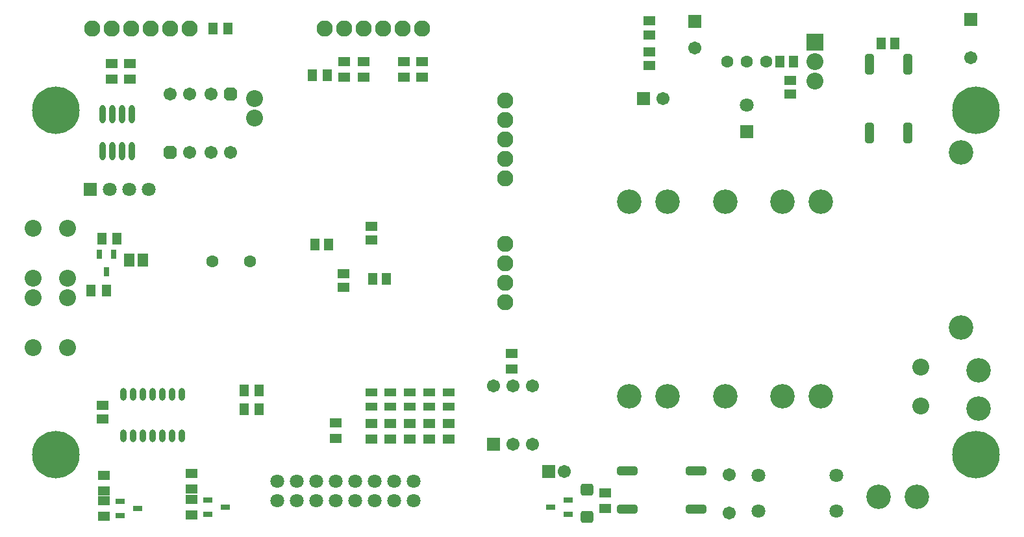
<source format=gts>
%FSLAX24Y24*%
%MOIN*%
G70*
G01*
G75*
G04 Layer_Color=8388736*
%ADD10R,0.0453X0.0571*%
%ADD11R,0.0551X0.0413*%
%ADD12R,0.0413X0.0551*%
%ADD13R,0.0551X0.0374*%
%ADD14O,0.0236X0.0571*%
%ADD15R,0.0374X0.0551*%
%ADD16R,0.0551X0.0354*%
%ADD17R,0.0394X0.0236*%
G04:AMPARAMS|DCode=18|XSize=55mil|YSize=60mil|CornerRadius=13.8mil|HoleSize=0mil|Usage=FLASHONLY|Rotation=90.000|XOffset=0mil|YOffset=0mil|HoleType=Round|Shape=RoundedRectangle|*
%AMROUNDEDRECTD18*
21,1,0.0550,0.0325,0,0,90.0*
21,1,0.0275,0.0600,0,0,90.0*
1,1,0.0275,0.0163,0.0138*
1,1,0.0275,0.0163,-0.0138*
1,1,0.0275,-0.0163,-0.0138*
1,1,0.0275,-0.0163,0.0138*
%
%ADD18ROUNDEDRECTD18*%
G04:AMPARAMS|DCode=19|XSize=39.4mil|YSize=98.4mil|CornerRadius=9.8mil|HoleSize=0mil|Usage=FLASHONLY|Rotation=270.000|XOffset=0mil|YOffset=0mil|HoleType=Round|Shape=RoundedRectangle|*
%AMROUNDEDRECTD19*
21,1,0.0394,0.0787,0,0,270.0*
21,1,0.0197,0.0984,0,0,270.0*
1,1,0.0197,-0.0394,-0.0098*
1,1,0.0197,-0.0394,0.0098*
1,1,0.0197,0.0394,0.0098*
1,1,0.0197,0.0394,-0.0098*
%
%ADD19ROUNDEDRECTD19*%
G04:AMPARAMS|DCode=20|XSize=39.4mil|YSize=98.4mil|CornerRadius=9.8mil|HoleSize=0mil|Usage=FLASHONLY|Rotation=180.000|XOffset=0mil|YOffset=0mil|HoleType=Round|Shape=RoundedRectangle|*
%AMROUNDEDRECTD20*
21,1,0.0394,0.0787,0,0,180.0*
21,1,0.0197,0.0984,0,0,180.0*
1,1,0.0197,-0.0098,0.0394*
1,1,0.0197,0.0098,0.0394*
1,1,0.0197,0.0098,-0.0394*
1,1,0.0197,-0.0098,-0.0394*
%
%ADD20ROUNDEDRECTD20*%
%ADD21R,0.0551X0.0413*%
%ADD22O,0.0236X0.0866*%
%ADD23R,0.0236X0.0394*%
%ADD24C,0.0197*%
%ADD25C,0.0118*%
%ADD26C,0.0315*%
%ADD27C,0.0394*%
%ADD28C,0.0100*%
%ADD29C,0.0295*%
%ADD30C,0.0630*%
%ADD31C,0.0748*%
%ADD32C,0.0551*%
%ADD33C,0.0591*%
G04:AMPARAMS|DCode=34|XSize=59.1mil|YSize=59.1mil|CornerRadius=0mil|HoleSize=0mil|Usage=FLASHONLY|Rotation=90.000|XOffset=0mil|YOffset=0mil|HoleType=Round|Shape=Octagon|*
%AMOCTAGOND34*
4,1,8,0.0148,0.0295,-0.0148,0.0295,-0.0295,0.0148,-0.0295,-0.0148,-0.0148,-0.0295,0.0148,-0.0295,0.0295,-0.0148,0.0295,0.0148,0.0148,0.0295,0.0*
%
%ADD34OCTAGOND34*%

%ADD35C,0.1181*%
%ADD36R,0.0787X0.0787*%
%ADD37C,0.0787*%
%ADD38C,0.2362*%
%ADD39R,0.0591X0.0591*%
%ADD40R,0.0591X0.0591*%
%ADD41R,0.0630X0.0630*%
%ADD42R,0.0591X0.0591*%
%ADD43C,0.0591*%
%ADD44R,0.0630X0.0630*%
%ADD45C,0.0500*%
%ADD46O,0.0709X0.0118*%
%ADD47O,0.0118X0.0709*%
%ADD48R,0.0354X0.0197*%
%ADD49R,0.0197X0.0354*%
%ADD50R,0.0689X0.0394*%
%ADD51R,0.0571X0.0453*%
%ADD52C,0.0236*%
%ADD53C,0.0098*%
%ADD54C,0.0079*%
%ADD55C,0.0039*%
%ADD56C,0.0200*%
%ADD57C,0.0050*%
%ADD58C,0.0059*%
%ADD59R,0.9850X0.0500*%
%ADD60R,0.6100X0.0484*%
%ADD61R,0.0600X0.0200*%
%ADD62R,0.0533X0.0651*%
%ADD63R,0.0631X0.0493*%
%ADD64R,0.0493X0.0631*%
%ADD65R,0.0631X0.0454*%
%ADD66O,0.0316X0.0651*%
%ADD67R,0.0454X0.0631*%
%ADD68R,0.0631X0.0434*%
%ADD69R,0.0474X0.0316*%
G04:AMPARAMS|DCode=70|XSize=63mil|YSize=68mil|CornerRadius=17.8mil|HoleSize=0mil|Usage=FLASHONLY|Rotation=90.000|XOffset=0mil|YOffset=0mil|HoleType=Round|Shape=RoundedRectangle|*
%AMROUNDEDRECTD70*
21,1,0.0630,0.0325,0,0,90.0*
21,1,0.0275,0.0680,0,0,90.0*
1,1,0.0355,0.0163,0.0138*
1,1,0.0355,0.0163,-0.0138*
1,1,0.0355,-0.0163,-0.0138*
1,1,0.0355,-0.0163,0.0138*
%
%ADD70ROUNDEDRECTD70*%
G04:AMPARAMS|DCode=71|XSize=47.4mil|YSize=106.4mil|CornerRadius=13.8mil|HoleSize=0mil|Usage=FLASHONLY|Rotation=270.000|XOffset=0mil|YOffset=0mil|HoleType=Round|Shape=RoundedRectangle|*
%AMROUNDEDRECTD71*
21,1,0.0474,0.0787,0,0,270.0*
21,1,0.0197,0.1064,0,0,270.0*
1,1,0.0277,-0.0394,-0.0098*
1,1,0.0277,-0.0394,0.0098*
1,1,0.0277,0.0394,0.0098*
1,1,0.0277,0.0394,-0.0098*
%
%ADD71ROUNDEDRECTD71*%
G04:AMPARAMS|DCode=72|XSize=47.4mil|YSize=106.4mil|CornerRadius=13.8mil|HoleSize=0mil|Usage=FLASHONLY|Rotation=180.000|XOffset=0mil|YOffset=0mil|HoleType=Round|Shape=RoundedRectangle|*
%AMROUNDEDRECTD72*
21,1,0.0474,0.0787,0,0,180.0*
21,1,0.0197,0.1064,0,0,180.0*
1,1,0.0277,-0.0098,0.0394*
1,1,0.0277,0.0098,0.0394*
1,1,0.0277,0.0098,-0.0394*
1,1,0.0277,-0.0098,-0.0394*
%
%ADD72ROUNDEDRECTD72*%
%ADD73R,0.0631X0.0493*%
%ADD74O,0.0316X0.0946*%
%ADD75R,0.0316X0.0474*%
%ADD76C,0.0710*%
%ADD77C,0.0828*%
%ADD78C,0.0631*%
%ADD79C,0.0671*%
G04:AMPARAMS|DCode=80|XSize=67.1mil|YSize=67.1mil|CornerRadius=0mil|HoleSize=0mil|Usage=FLASHONLY|Rotation=90.000|XOffset=0mil|YOffset=0mil|HoleType=Round|Shape=Octagon|*
%AMOCTAGOND80*
4,1,8,0.0168,0.0335,-0.0168,0.0335,-0.0335,0.0168,-0.0335,-0.0168,-0.0168,-0.0335,0.0168,-0.0335,0.0335,-0.0168,0.0335,0.0168,0.0168,0.0335,0.0*
%
%ADD80OCTAGOND80*%

%ADD81C,0.1261*%
%ADD82R,0.0867X0.0867*%
%ADD83C,0.0867*%
%ADD84C,0.2442*%
%ADD85R,0.0671X0.0671*%
%ADD86R,0.0671X0.0671*%
%ADD87R,0.0710X0.0710*%
%ADD88R,0.0671X0.0671*%
%ADD89C,0.0671*%
%ADD90R,0.0710X0.0710*%
D62*
X20696Y25750D02*
D03*
X21404D02*
D03*
D63*
X33150Y27504D02*
D03*
Y26796D02*
D03*
X31700Y24346D02*
D03*
Y25054D02*
D03*
X19350Y17596D02*
D03*
Y18304D02*
D03*
X54650Y35004D02*
D03*
Y34296D02*
D03*
X47400Y35746D02*
D03*
Y36454D02*
D03*
D64*
X33904Y24800D02*
D03*
X33196D02*
D03*
X30246Y26550D02*
D03*
X30954D02*
D03*
X59296Y36900D02*
D03*
X60004D02*
D03*
X54804Y35950D02*
D03*
X54096D02*
D03*
D65*
X35100Y17344D02*
D03*
Y16556D02*
D03*
X36100Y17344D02*
D03*
Y16556D02*
D03*
X37100Y17344D02*
D03*
Y16556D02*
D03*
X31300Y17394D02*
D03*
Y16606D02*
D03*
X45150Y13794D02*
D03*
Y13006D02*
D03*
X19800Y35056D02*
D03*
Y35844D02*
D03*
X20750Y35056D02*
D03*
Y35844D02*
D03*
X34800Y35156D02*
D03*
Y35944D02*
D03*
X35750Y35156D02*
D03*
Y35944D02*
D03*
X31750Y35156D02*
D03*
Y35944D02*
D03*
X33150Y17344D02*
D03*
Y16556D02*
D03*
X34100Y17344D02*
D03*
Y16556D02*
D03*
X23900Y13444D02*
D03*
Y12656D02*
D03*
Y14794D02*
D03*
Y14006D02*
D03*
X19400Y13394D02*
D03*
Y12606D02*
D03*
Y14694D02*
D03*
Y13906D02*
D03*
X32750Y35156D02*
D03*
Y35944D02*
D03*
X40350Y20944D02*
D03*
Y20156D02*
D03*
D66*
X23400Y18873D02*
D03*
X22900D02*
D03*
X22400D02*
D03*
X21900D02*
D03*
X21400D02*
D03*
X20900D02*
D03*
X20400D02*
D03*
X23400Y16727D02*
D03*
X22900D02*
D03*
X22400D02*
D03*
X21900D02*
D03*
X21400D02*
D03*
X20900D02*
D03*
X20400D02*
D03*
D67*
X27394Y19050D02*
D03*
X26606D02*
D03*
X27394Y18100D02*
D03*
X26606D02*
D03*
X25794Y37650D02*
D03*
X25006D02*
D03*
X19306Y26850D02*
D03*
X20094D02*
D03*
X19544Y24200D02*
D03*
X18756D02*
D03*
X30106Y35250D02*
D03*
X30894D02*
D03*
D68*
X37100Y18974D02*
D03*
Y18226D02*
D03*
X36100Y18974D02*
D03*
Y18226D02*
D03*
X35100Y18974D02*
D03*
Y18226D02*
D03*
X33150Y18974D02*
D03*
Y18226D02*
D03*
X34100Y18974D02*
D03*
Y18226D02*
D03*
D69*
X42347Y13050D02*
D03*
X43253Y13424D02*
D03*
Y12676D02*
D03*
X25653Y13050D02*
D03*
X24747Y12676D02*
D03*
Y13424D02*
D03*
X21153Y13000D02*
D03*
X20247Y12626D02*
D03*
Y13374D02*
D03*
D70*
X44200Y12550D02*
D03*
Y13950D02*
D03*
D71*
X46278Y14934D02*
D03*
Y12966D02*
D03*
X49822D02*
D03*
Y14934D02*
D03*
D72*
X60684Y35822D02*
D03*
X58716D02*
D03*
Y32278D02*
D03*
X60684D02*
D03*
D73*
X47400Y38074D02*
D03*
Y37326D02*
D03*
D74*
X19350Y31355D02*
D03*
X19850D02*
D03*
X20350D02*
D03*
X20850D02*
D03*
X19350Y33245D02*
D03*
X19850D02*
D03*
X20350D02*
D03*
X20850D02*
D03*
D75*
X19550Y25147D02*
D03*
X19176Y26053D02*
D03*
X19924D02*
D03*
D76*
X57000Y12850D02*
D03*
X53000D02*
D03*
X57000Y14700D02*
D03*
X53000D02*
D03*
X32300Y13400D02*
D03*
Y14400D02*
D03*
X31300Y13400D02*
D03*
Y14400D02*
D03*
X30300Y13400D02*
D03*
Y14400D02*
D03*
X29300D02*
D03*
Y13400D02*
D03*
X28300Y14400D02*
D03*
Y13400D02*
D03*
X35300D02*
D03*
Y14400D02*
D03*
X34300D02*
D03*
Y13400D02*
D03*
X33300Y14400D02*
D03*
Y13400D02*
D03*
X52400Y33739D02*
D03*
X21700Y29400D02*
D03*
X20700D02*
D03*
X19700D02*
D03*
D77*
X40000Y29950D02*
D03*
Y30950D02*
D03*
Y31950D02*
D03*
Y32950D02*
D03*
X40002Y33950D02*
D03*
X18800Y37650D02*
D03*
X19800D02*
D03*
X20800D02*
D03*
X21800D02*
D03*
X22800D02*
D03*
X23800D02*
D03*
X30750D02*
D03*
X31750D02*
D03*
X32750D02*
D03*
X33750D02*
D03*
X34750D02*
D03*
X35750D02*
D03*
X40000Y26600D02*
D03*
Y25600D02*
D03*
Y24600D02*
D03*
Y23600D02*
D03*
D78*
X26911Y25700D02*
D03*
X24989D02*
D03*
X52400Y35950D02*
D03*
X51400D02*
D03*
X53400D02*
D03*
D79*
X22800Y34300D02*
D03*
X23800D02*
D03*
Y31300D02*
D03*
X25900D02*
D03*
X24900D02*
D03*
Y34300D02*
D03*
X51500Y12766D02*
D03*
Y14734D02*
D03*
X43044Y14900D02*
D03*
X63900Y36166D02*
D03*
X49750Y36661D02*
D03*
X48100Y34050D02*
D03*
X40400Y19300D02*
D03*
D80*
X22800Y31300D02*
D03*
X25900Y34300D02*
D03*
D81*
X63400Y22300D02*
D03*
Y31300D02*
D03*
X48347Y28750D02*
D03*
X46379D02*
D03*
X56221Y18750D02*
D03*
X51300D02*
D03*
X48347D02*
D03*
X46379D02*
D03*
X54253D02*
D03*
X51300Y28750D02*
D03*
X54253D02*
D03*
X56221D02*
D03*
X59166Y13600D02*
D03*
X61134D02*
D03*
X64300Y18116D02*
D03*
Y20084D02*
D03*
D82*
X55900Y36950D02*
D03*
D83*
Y35950D02*
D03*
Y34950D02*
D03*
X27150Y34050D02*
D03*
Y33050D02*
D03*
X61350Y20250D02*
D03*
Y18250D02*
D03*
X15764Y23830D02*
D03*
X17536D02*
D03*
Y21270D02*
D03*
X15764D02*
D03*
Y27380D02*
D03*
X17536D02*
D03*
Y24820D02*
D03*
X15764D02*
D03*
D84*
X16929Y33465D02*
D03*
Y15748D02*
D03*
X64173D02*
D03*
Y33465D02*
D03*
D85*
X42256Y14900D02*
D03*
X47100Y34050D02*
D03*
D86*
X63900Y38134D02*
D03*
X49750Y38039D02*
D03*
D87*
X52400Y32361D02*
D03*
D88*
X39400Y16300D02*
D03*
D89*
X40400D02*
D03*
X41400D02*
D03*
Y19300D02*
D03*
X39400D02*
D03*
D90*
X18700Y29400D02*
D03*
M02*

</source>
